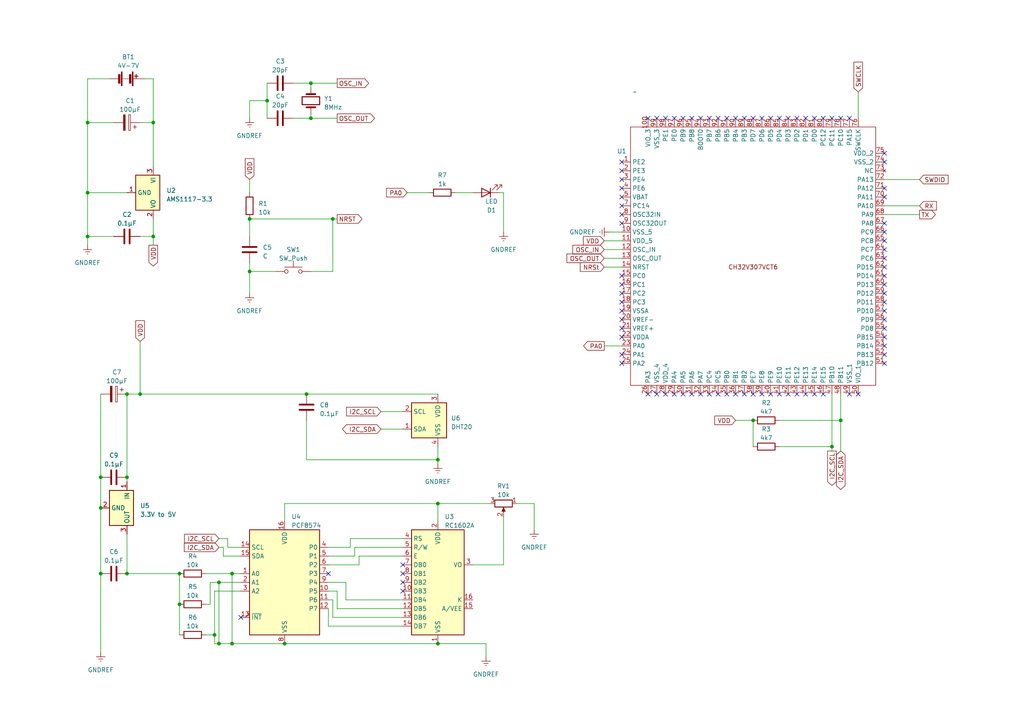
<source format=kicad_sch>
(kicad_sch (version 20230121) (generator eeschema)
  (paper "A4")
  (title_block (title "CH32V307-DHT20-1602A") (date "2023-09-19") (company "Makoto8247"))
  (lib_symbols
    (symbol "Converter_DCDC:OKI-78SR-3.3_1.5-W36-C"
      (property "Reference" "U" (at -3.81 3.175 0))
      (property "Value" "OKI-78SR-3.3_1.5-W36-C" (at 0 3.175 0))
      (symbol "OKI-78SR-3.3_1.5-W36-C_0_1"
        (rectangle (start -5.08 1.905) (end 5.08 -5.08) (stroke (width 0.254)) (fill (type background)))
      )
      (symbol "OKI-78SR-3.3_1.5-W36-C_1_1"
        (pin power_in line (at -7.62 0 0) (length 2.54) (name "IN") (number "1"))
        (pin power_in line (at 0 -7.62 90) (length 2.54) (name "GND") (number "2"))
        (pin power_out line (at 7.62 0 180) (length 2.54) (name "OUT") (number "3"))
      )
    )
    (symbol "Device:Battery" (pin_numbers hide) (pin_names (offset 0) hide)
      (property "Reference" "BT" (at 2.54 2.54 0))
      (property "Value" "Battery" (at 2.54 0 0))
      (symbol "Battery_0_1"
        (rectangle (start -2.032 -1.397) (end 2.032 -1.651) (fill (type outline)))
        (rectangle (start -2.032 1.778) (end 2.032 1.524) (fill (type outline)))
        (rectangle (start -1.3208 -1.9812) (end 1.27 -2.4892) (fill (type outline)))
        (rectangle (start -1.3208 1.1938) (end 1.27 0.6858) (fill (type outline)))
        (polyline (pts (xy 0 -1.524) (xy 0 -1.27)))
        (polyline (pts (xy 0 -1.016) (xy 0 -0.762)))
        (polyline (pts (xy 0 -0.508) (xy 0 -0.254)))
        (polyline (pts (xy 0 0) (xy 0 0.254)))
        (polyline (pts (xy 0 0.508) (xy 0 0.762)))
        (polyline (pts (xy 0 1.778) (xy 0 2.54)))
        (polyline (pts (xy 0.254 2.667) (xy 1.27 2.667)) (stroke (width 0.254)))
        (polyline (pts (xy 0.762 3.175) (xy 0.762 2.159)) (stroke (width 0.254)))
      )
      (symbol "Battery_1_1"
        (pin passive line (at 0 5.08 270) (length 2.54) (name "+") (number "1"))
        (pin passive line (at 0 -5.08 90) (length 2.54) (name "-") (number "2"))
      )
    )
    (symbol "Device:C" (pin_numbers hide) (pin_names (offset 0.254))
      (property "Reference" "C" (at 0.635 2.54 0))
      (property "Value" "C" (at 0.635 -2.54 0))
      (symbol "C_0_1"
        (polyline (pts (xy -2.032 -0.762) (xy 2.032 -0.762)) (stroke (width 0.508)))
        (polyline (pts (xy -2.032 0.762) (xy 2.032 0.762)) (stroke (width 0.508)))
      )
      (symbol "C_1_1"
        (pin passive line (at 0 3.81 270) (length 2.794) (name "~") (number "1"))
        (pin passive line (at 0 -3.81 90) (length 2.794) (name "~") (number "2"))
      )
    )
    (symbol "Device:C_Polarized" (pin_numbers hide) (pin_names (offset 0.254))
      (property "Reference" "C" (at 0.635 2.54 0))
      (property "Value" "C_Polarized" (at 0.635 -2.54 0))
      (symbol "C_Polarized_0_1"
        (rectangle (start -2.286 0.508) (end 2.286 1.016))
        (polyline (pts (xy -1.778 2.286) (xy -0.762 2.286)))
        (polyline (pts (xy -1.27 2.794) (xy -1.27 1.778)))
        (rectangle (start 2.286 -0.508) (end -2.286 -1.016) (fill (type outline)))
      )
      (symbol "C_Polarized_1_1"
        (pin passive line (at 0 3.81 270) (length 2.794) (name "~") (number "1"))
        (pin passive line (at 0 -3.81 90) (length 2.794) (name "~") (number "2"))
      )
    )
    (symbol "Device:Crystal" (pin_numbers hide) (pin_names (offset 1.016) hide)
      (property "Reference" "Y" (at 0 3.81 0))
      (property "Value" "Crystal" (at 0 -3.81 0))
      (symbol "Crystal_0_1"
        (rectangle (start -1.143 2.54) (end 1.143 -2.54) (stroke (width 0.3048)))
        (polyline (pts (xy -2.54 0) (xy -1.905 0)))
        (polyline (pts (xy -1.905 -1.27) (xy -1.905 1.27)) (stroke (width 0.508)))
        (polyline (pts (xy 1.905 -1.27) (xy 1.905 1.27)) (stroke (width 0.508)))
        (polyline (pts (xy 2.54 0) (xy 1.905 0)))
      )
      (symbol "Crystal_1_1"
        (pin passive line (at -3.81 0 0) (length 1.27) (name "1") (number "1"))
        (pin passive line (at 3.81 0 180) (length 1.27) (name "2") (number "2"))
      )
    )
    (symbol "Device:LED" (pin_numbers hide) (pin_names (offset 1.016) hide)
      (property "Reference" "D" (at 0 2.54 0))
      (property "Value" "LED" (at 0 -2.54 0))
      (symbol "LED_0_1"
        (polyline (pts (xy -1.27 -1.27) (xy -1.27 1.27)) (stroke (width 0.254)))
        (polyline (pts (xy -1.27 0) (xy 1.27 0)))
        (polyline (pts (xy 1.27 -1.27) (xy 1.27 1.27) (xy -1.27 0) (xy 1.27 -1.27)) (stroke (width 0.254)))
        (polyline (pts (xy -3.048 -0.762) (xy -4.572 -2.286) (xy -3.81 -2.286) (xy -4.572 -2.286) (xy -4.572 -1.524)))
        (polyline (pts (xy -1.778 -0.762) (xy -3.302 -2.286) (xy -2.54 -2.286) (xy -3.302 -2.286) (xy -3.302 -1.524)))
      )
      (symbol "LED_1_1"
        (pin passive line (at -3.81 0 0) (length 2.54) (name "K") (number "1"))
        (pin passive line (at 3.81 0 180) (length 2.54) (name "A") (number "2"))
      )
    )
    (symbol "Device:R" (pin_numbers hide) (pin_names (offset 0))
      (property "Reference" "R" (at 2.032 0 90))
      (property "Value" "R" (at 0 0 90))
      (symbol "R_0_1"
        (rectangle (start -1.016 -2.54) (end 1.016 2.54) (stroke (width 0.254)))
      )
      (symbol "R_1_1"
        (pin passive line (at 0 3.81 270) (length 1.27) (name "~") (number "1"))
        (pin passive line (at 0 -3.81 90) (length 1.27) (name "~") (number "2"))
      )
    )
    (symbol "Device:R_Potentiometer" (pin_names (offset 1.016) hide)
      (property "Reference" "RV" (at -4.445 0 90))
      (property "Value" "R_Potentiometer" (at -2.54 0 90))
      (symbol "R_Potentiometer_0_1"
        (polyline (pts (xy 2.54 0) (xy 1.524 0)))
        (polyline (pts (xy 1.143 0) (xy 2.286 0.508) (xy 2.286 -0.508) (xy 1.143 0)) (fill (type outline)))
        (rectangle (start 1.016 2.54) (end -1.016 -2.54) (stroke (width 0.254)))
      )
      (symbol "R_Potentiometer_1_1"
        (pin passive line (at 0 3.81 270) (length 1.27) (name "1") (number "1"))
        (pin passive line (at 3.81 0 180) (length 1.27) (name "2") (number "2"))
        (pin passive line (at 0 -3.81 90) (length 1.27) (name "3") (number "3"))
      )
    )
    (symbol "Display_Character:RC1602A"
      (property "Reference" "U" (at -6.35 16.51 0))
      (property "Value" "RC1602A" (at 2.794 16.51 0))
      (symbol "RC1602A_0_1"
        (rectangle (start -7.62 15.24) (end 7.62 -15.24) (stroke (width 0.254)) (fill (type background)))
      )
      (symbol "RC1602A_1_1"
        (pin power_in line (at 0 -17.78 90) (length 2.54) (name "VSS") (number "1"))
        (pin bidirectional line (at -10.16 -2.54 0) (length 2.54) (name "DB3") (number "10"))
        (pin bidirectional line (at -10.16 -5.08 0) (length 2.54) (name "DB4") (number "11"))
        (pin bidirectional line (at -10.16 -7.62 0) (length 2.54) (name "DB5") (number "12"))
        (pin bidirectional line (at -10.16 -10.16 0) (length 2.54) (name "DB6") (number "13"))
        (pin bidirectional line (at -10.16 -12.7 0) (length 2.54) (name "DB7") (number "14"))
        (pin power_in line (at 10.16 -7.62 180) (length 2.54) (name "A/VEE") (number "15"))
        (pin power_in line (at 10.16 -5.08 180) (length 2.54) (name "K") (number "16"))
        (pin power_in line (at 0 17.78 270) (length 2.54) (name "VDD") (number "2"))
        (pin power_in line (at 10.16 5.08 180) (length 2.54) (name "VO") (number "3"))
        (pin input line (at -10.16 12.7 0) (length 2.54) (name "RS") (number "4"))
        (pin input line (at -10.16 10.16 0) (length 2.54) (name "R/W") (number "5"))
        (pin input line (at -10.16 7.62 0) (length 2.54) (name "E") (number "6"))
        (pin bidirectional line (at -10.16 5.08 0) (length 2.54) (name "DB0") (number "7"))
        (pin bidirectional line (at -10.16 2.54 0) (length 2.54) (name "DB1") (number "8"))
        (pin bidirectional line (at -10.16 0 0) (length 2.54) (name "DB2") (number "9"))
      )
    )
    (symbol "Interface_Expansion:PCF8574"
      (property "Reference" "U" (at -8.89 16.51 0))
      (property "Value" "PCF8574" (at 2.54 16.51 0))
      (symbol "PCF8574_0_1"
        (rectangle (start -10.16 15.24) (end 10.16 -15.24) (stroke (width 0.254)) (fill (type background)))
      )
      (symbol "PCF8574_1_1"
        (pin input line (at -12.7 2.54 0) (length 2.54) (name "A0") (number "1"))
        (pin bidirectional line (at 12.7 -2.54 180) (length 2.54) (name "P5") (number "10"))
        (pin bidirectional line (at 12.7 -5.08 180) (length 2.54) (name "P6") (number "11"))
        (pin bidirectional line (at 12.7 -7.62 180) (length 2.54) (name "P7") (number "12"))
        (pin open_collector output_low (at -12.7 -10.16 0) (length 2.54) (name "~{INT}") (number "13"))
        (pin input line (at -12.7 10.16 0) (length 2.54) (name "SCL") (number "14"))
        (pin bidirectional line (at -12.7 7.62 0) (length 2.54) (name "SDA") (number "15"))
        (pin power_in line (at 0 17.78 270) (length 2.54) (name "VDD") (number "16"))
        (pin input line (at -12.7 0 0) (length 2.54) (name "A1") (number "2"))
        (pin input line (at -12.7 -2.54 0) (length 2.54) (name "A2") (number "3"))
        (pin bidirectional line (at 12.7 10.16 180) (length 2.54) (name "P0") (number "4"))
        (pin bidirectional line (at 12.7 7.62 180) (length 2.54) (name "P1") (number "5"))
        (pin bidirectional line (at 12.7 5.08 180) (length 2.54) (name "P2") (number "6"))
        (pin bidirectional line (at 12.7 2.54 180) (length 2.54) (name "P3") (number "7"))
        (pin power_in line (at 0 -17.78 90) (length 2.54) (name "VSS") (number "8"))
        (pin bidirectional line (at 12.7 0 180) (length 2.54) (name "P4") (number "9"))
      )
    )
    (symbol "Regulator_Linear:AMS1117-3.3"
      (property "Reference" "U" (at -3.81 3.175 0))
      (property "Value" "AMS1117-3.3" (at 0 3.175 0))
      (symbol "AMS1117-3.3_0_1"
        (rectangle (start -5.08 -5.08) (end 5.08 1.905) (stroke (width 0.254)) (fill (type background)))
      )
      (symbol "AMS1117-3.3_1_1"
        (pin power_in line (at 0 -7.62 90) (length 2.54) (name "GND") (number "1"))
        (pin power_out line (at 7.62 0 180) (length 2.54) (name "VO") (number "2"))
        (pin power_in line (at -7.62 0 0) (length 2.54) (name "VI") (number "3"))
      )
    )
    (symbol "Sensor_Humidity:SHT4x"
      (property "Reference" "U" (at 0 8.89 0))
      (property "Value" "SHT4x" (at 0 6.35 0))
      (symbol "SHT4x_1_1"
        (rectangle (start -5.08 5.08) (end 5.08 -5.08) (stroke (width 0.254)) (fill (type background)))
        (pin bidirectional line (at -7.62 -2.54 0) (length 2.54) (name "SDA") (number "1"))
        (pin input line (at -7.62 2.54 0) (length 2.54) (name "SCL") (number "2"))
        (pin power_in line (at 2.54 7.62 270) (length 2.54) (name "VDD") (number "3"))
        (pin power_in line (at 2.54 -7.62 90) (length 2.54) (name "VSS") (number "4"))
      )
    )
    (symbol "Switch:SW_Push" (pin_numbers hide) (pin_names (offset 1.016) hide)
      (property "Reference" "SW" (at 1.27 2.54 0))
      (property "Value" "SW_Push" (at 0 -1.524 0))
      (symbol "SW_Push_0_1"
        (circle (center -2.032 0) (radius 0.508))
        (polyline (pts (xy 0 1.27) (xy 0 3.048)))
        (polyline (pts (xy 2.54 1.27) (xy -2.54 1.27)))
        (circle (center 2.032 0) (radius 0.508))
        (pin passive line (at -5.08 0 0) (length 2.54) (name "1") (number "1"))
        (pin passive line (at 5.08 0 180) (length 2.54) (name "2") (number "2"))
      )
    )
    (symbol "ch32v307:ch32v307vct6"
      (property "Reference" "U" (at 0 2.54 0))
      (symbol "ch32v307vct6_0_0"
        (pin bidirectional line (at -38.1 27.94 0) (length 2.54) (name "PE2") (number "1"))
        (pin bidirectional line (at -38.1 7.62 0) (length 2.54) (name "VSS_5") (number "10"))
        (pin bidirectional line (at -30.48 40.64 270) (length 2.54) (name "VIO_3") (number "100"))
        (pin bidirectional line (at -38.1 5.08 0) (length 2.54) (name "VDD_5") (number "11"))
        (pin input line (at -38.1 2.54 0) (length 2.54) (name "OSC_IN") (number "12"))
        (pin output line (at -38.1 0 0) (length 2.54) (name "OSC_OUT") (number "13"))
        (pin input line (at -38.1 -2.54 0) (length 2.54) (name "NRST") (number "14"))
        (pin bidirectional line (at -38.1 -5.08 0) (length 2.54) (name "PC0") (number "15"))
        (pin bidirectional line (at -38.1 -7.62 0) (length 2.54) (name "PC1") (number "16"))
        (pin bidirectional line (at -38.1 -10.16 0) (length 2.54) (name "PC2") (number "17"))
        (pin bidirectional line (at -38.1 -12.7 0) (length 2.54) (name "PC3") (number "18"))
        (pin bidirectional line (at -38.1 -15.24 0) (length 2.54) (name "VSSA") (number "19"))
        (pin bidirectional line (at -38.1 25.4 0) (length 2.54) (name "PE3") (number "2"))
        (pin bidirectional line (at -38.1 -17.78 0) (length 2.54) (name "VREF-") (number "20"))
        (pin bidirectional line (at -38.1 -20.32 0) (length 2.54) (name "VREF+") (number "21"))
        (pin bidirectional line (at -38.1 -22.86 0) (length 2.54) (name "VDDA") (number "22"))
        (pin bidirectional line (at -38.1 -25.4 0) (length 2.54) (name "PA0") (number "23"))
        (pin bidirectional line (at -38.1 -27.94 0) (length 2.54) (name "PA1") (number "24"))
        (pin bidirectional line (at -38.1 -30.48 0) (length 2.54) (name "PA2") (number "25"))
        (pin bidirectional line (at -30.48 -39.37 90) (length 2.54) (name "PA3") (number "26"))
        (pin bidirectional line (at -27.94 -39.37 90) (length 2.54) (name "VSS_4") (number "27"))
        (pin bidirectional line (at -25.4 -39.37 90) (length 2.54) (name "VDD_4") (number "28"))
        (pin bidirectional line (at -22.86 -39.37 90) (length 2.54) (name "PA4") (number "29"))
        (pin bidirectional line (at -38.1 22.86 0) (length 2.54) (name "PE4") (number "3"))
        (pin bidirectional line (at -20.32 -39.37 90) (length 2.54) (name "PA5") (number "30"))
        (pin bidirectional line (at -17.78 -39.37 90) (length 2.54) (name "PA6") (number "31"))
        (pin bidirectional line (at -15.24 -39.37 90) (length 2.54) (name "PA7") (number "32"))
        (pin bidirectional line (at -12.7 -39.37 90) (length 2.54) (name "PC4") (number "33"))
        (pin bidirectional line (at -10.16 -39.37 90) (length 2.54) (name "PC5") (number "34"))
        (pin bidirectional line (at -7.62 -39.37 90) (length 2.54) (name "PB0") (number "35"))
        (pin bidirectional line (at -5.08 -39.37 90) (length 2.54) (name "PB1") (number "36"))
        (pin bidirectional line (at -2.54 -39.37 90) (length 2.54) (name "PB2") (number "37"))
        (pin bidirectional line (at 0 -39.37 90) (length 2.54) (name "PE7") (number "38"))
        (pin bidirectional line (at 2.54 -39.37 90) (length 2.54) (name "PE8") (number "39"))
        (pin bidirectional line (at -38.1 20.32 0) (length 2.54) (name "PE6") (number "4"))
        (pin bidirectional line (at 5.08 -39.37 90) (length 2.54) (name "PE9") (number "40"))
        (pin bidirectional line (at 7.62 -39.37 90) (length 2.54) (name "PE10") (number "41"))
        (pin bidirectional line (at 10.16 -39.37 90) (length 2.54) (name "PE11") (number "42"))
        (pin bidirectional line (at 12.7 -39.37 90) (length 2.54) (name "PE12") (number "43"))
        (pin bidirectional line (at 15.24 -39.37 90) (length 2.54) (name "PE13") (number "44"))
        (pin bidirectional line (at 17.78 -39.37 90) (length 2.54) (name "PE14") (number "45"))
        (pin bidirectional line (at 20.32 -39.37 90) (length 2.54) (name "PE15") (number "46"))
        (pin bidirectional line (at 22.86 -39.37 90) (length 2.54) (name "PB10") (number "47"))
        (pin bidirectional line (at 25.4 -39.37 90) (length 2.54) (name "PB11") (number "48"))
        (pin bidirectional line (at 27.94 -39.37 90) (length 2.54) (name "VSS_1") (number "49"))
        (pin bidirectional line (at -38.1 17.78 0) (length 2.54) (name "VBAT") (number "5"))
        (pin bidirectional line (at 30.48 -39.37 90) (length 2.54) (name "VIO_1") (number "50"))
        (pin bidirectional line (at 38.1 -30.48 180) (length 2.54) (name "PB12") (number "51"))
        (pin bidirectional line (at 38.1 -27.94 180) (length 2.54) (name "PB13") (number "52"))
        (pin bidirectional line (at 38.1 -25.4 180) (length 2.54) (name "PB14") (number "53"))
        (pin bidirectional line (at 38.1 -22.86 180) (length 2.54) (name "PB15") (number "54"))
        (pin bidirectional line (at 38.1 -20.32 180) (length 2.54) (name "PD8") (number "55"))
        (pin bidirectional line (at 38.1 -17.78 180) (length 2.54) (name "PD9") (number "56"))
        (pin bidirectional line (at 38.1 -15.24 180) (length 2.54) (name "PD10") (number "57"))
        (pin bidirectional line (at 38.1 -12.7 180) (length 2.54) (name "PD11") (number "58"))
        (pin bidirectional line (at 38.1 -10.16 180) (length 2.54) (name "PD12") (number "59"))
        (pin bidirectional line (at 38.1 -7.62 180) (length 2.54) (name "PD13") (number "60"))
        (pin bidirectional line (at 38.1 -5.08 180) (length 2.54) (name "PD14") (number "61"))
        (pin bidirectional line (at 38.1 -2.54 180) (length 2.54) (name "PD15") (number "62"))
        (pin bidirectional line (at 38.1 0 180) (length 2.54) (name "PC6") (number "63"))
        (pin bidirectional line (at 38.1 2.54 180) (length 2.54) (name "PC7") (number "64"))
        (pin bidirectional line (at 38.1 5.08 180) (length 2.54) (name "PC8") (number "65"))
        (pin bidirectional line (at 38.1 7.62 180) (length 2.54) (name "PC9") (number "66"))
        (pin bidirectional line (at 38.1 10.16 180) (length 2.54) (name "PA8") (number "67"))
        (pin bidirectional line (at 38.1 12.7 180) (length 2.54) (name "PA9") (number "68"))
        (pin bidirectional line (at 38.1 15.24 180) (length 2.54) (name "PA10") (number "69"))
        (pin bidirectional line (at -38.1 15.24 0) (length 2.54) (name "PC14") (number "7"))
        (pin bidirectional line (at 38.1 17.78 180) (length 2.54) (name "PA11") (number "70"))
        (pin bidirectional line (at 38.1 20.32 180) (length 2.54) (name "PA12") (number "71"))
        (pin bidirectional line (at 38.1 22.86 180) (length 2.54) (name "PA13") (number "72"))
        (pin no_connect line (at 38.1 25.4 180) (length 2.54) (name "NC") (number "73"))
        (pin bidirectional line (at 38.1 27.94 180) (length 2.54) (name "VSS_2") (number "74"))
        (pin bidirectional line (at 38.1 30.48 180) (length 2.54) (name "VDD_2") (number "75"))
        (pin bidirectional line (at 30.48 40.64 270) (length 2.54) (name "SWCLK") (number "76"))
        (pin bidirectional line (at 27.94 40.64 270) (length 2.54) (name "PA15") (number "77"))
        (pin bidirectional line (at 25.4 40.64 270) (length 2.54) (name "PC10") (number "78"))
        (pin bidirectional line (at 22.86 40.64 270) (length 2.54) (name "PC11") (number "79"))
        (pin input line (at -38.1 12.7 0) (length 2.54) (name "OSC32IN") (number "8"))
        (pin bidirectional line (at 20.32 40.64 270) (length 2.54) (name "PC12") (number "80"))
        (pin bidirectional line (at 17.78 40.64 270) (length 2.54) (name "PD0") (number "81"))
        (pin bidirectional line (at 15.24 40.64 270) (length 2.54) (name "PD1") (number "82"))
        (pin bidirectional line (at 12.7 40.64 270) (length 2.54) (name "PD2") (number "83"))
        (pin bidirectional line (at 10.16 40.64 270) (length 2.54) (name "PD3") (number "84"))
        (pin bidirectional line (at 7.62 40.64 270) (length 2.54) (name "PD4") (number "85"))
        (pin bidirectional line (at 5.08 40.64 270) (length 2.54) (name "PD5") (number "86"))
        (pin bidirectional line (at 2.54 40.64 270) (length 2.54) (name "PD6") (number "87"))
        (pin bidirectional line (at 0 40.64 270) (length 2.54) (name "PD7") (number "88"))
        (pin bidirectional line (at -2.54 40.64 270) (length 2.54) (name "PB3") (number "89"))
        (pin output line (at -38.1 10.16 0) (length 2.54) (name "OSC32OUT") (number "9"))
        (pin bidirectional line (at -5.08 40.64 270) (length 2.54) (name "PB4") (number "90"))
        (pin bidirectional line (at -7.62 40.64 270) (length 2.54) (name "PB5") (number "91"))
        (pin bidirectional line (at -10.16 40.64 270) (length 2.54) (name "PB6") (number "92"))
        (pin bidirectional line (at -12.7 40.64 270) (length 2.54) (name "PB7") (number "93"))
        (pin bidirectional line (at -15.24 40.64 270) (length 2.54) (name "BOOT0") (number "94"))
        (pin bidirectional line (at -17.78 40.64 270) (length 2.54) (name "PB8") (number "95"))
        (pin bidirectional line (at -20.32 40.64 270) (length 2.54) (name "PB9") (number "96"))
        (pin bidirectional line (at -22.86 40.64 270) (length 2.54) (name "PE0") (number "97"))
        (pin bidirectional line (at -25.4 40.64 270) (length 2.54) (name "PE1") (number "98"))
        (pin bidirectional line (at -27.94 40.64 270) (length 2.54) (name "VSS_3") (number "99"))
      )
      (symbol "ch32v307vct6_0_1"
        (rectangle (start -35.56 38.1) (end 35.56 -36.83))
        (rectangle (start -5.08 40.64) (end -5.08 40.64))
      )
      (symbol "ch32v307vct6_1_1"
        (text "CH32V307VCT6" (at 0 -2.54 0) (effects (font (size 1.27 1.27))))
      )
    )
    (symbol "power:GNDREF" (power) (pin_names (offset 0))
      (property "Value" "GNDREF" (at 0 -3.81 0))
      (symbol "GNDREF_0_1"
        (polyline (pts (xy -0.635 -1.905) (xy 0.635 -1.905)))
        (polyline (pts (xy -0.127 -2.54) (xy 0.127 -2.54)))
        (polyline (pts (xy 0 -1.27) (xy 0 0)))
        (polyline (pts (xy 1.27 -1.27) (xy -1.27 -1.27)))
      )
      (symbol "GNDREF_1_1"
        (pin power_in line (at 0 0 270) (length 0) hide (name "GNDREF") (number "1"))
      )
    )
  )
  (junction (at 218.44 121.92))
  (junction (at 25.4 35.56))
  (junction (at 77.47 29.21))
  (junction (at 88.9 114.3))
  (junction (at 40.64 114.3))
  (junction (at 25.4 55.88))
  (junction (at 36.83 138.43))
  (junction (at 243.84 121.92))
  (junction (at 241.3 129.54))
  (junction (at 62.23 184.15))
  (junction (at 29.21 166.37))
  (junction (at 63.5 168.91))
  (junction (at 63.5 186.69))
  (junction (at 44.45 35.56))
  (junction (at 52.07 175.26))
  (junction (at 36.83 114.3))
  (junction (at 67.31 186.69))
  (junction (at 36.83 166.37))
  (junction (at 44.45 68.58))
  (junction (at 72.39 78.74))
  (junction (at 72.39 63.5))
  (junction (at 29.21 147.32))
  (junction (at 67.31 166.37))
  (junction (at 82.55 186.69))
  (junction (at 96.52 63.5))
  (junction (at 25.4 68.58))
  (junction (at 29.21 138.43))
  (junction (at 127 133.35))
  (junction (at 127 186.69))
  (junction (at 127 146.05))
  (junction (at 90.17 24.13))
  (junction (at 90.17 34.29))
  (junction (at 52.07 166.37))
  (no_connect (at 246.38 114.3))
  (no_connect (at 200.66 114.3))
  (no_connect (at 198.12 34.29))
  (no_connect (at 226.06 34.29))
  (no_connect (at 208.28 114.3))
  (no_connect (at 187.96 114.3))
  (no_connect (at 256.54 46.99))
  (no_connect (at 180.34 102.87))
  (no_connect (at 180.34 80.01))
  (no_connect (at 198.12 114.3))
  (no_connect (at 256.54 57.15))
  (no_connect (at 218.44 34.29))
  (no_connect (at 180.34 64.77))
  (no_connect (at 256.54 69.85))
  (no_connect (at 256.54 82.55))
  (no_connect (at 180.34 105.41))
  (no_connect (at 215.9 114.3))
  (no_connect (at 248.92 114.3))
  (no_connect (at 180.34 82.55))
  (no_connect (at 256.54 100.33))
  (no_connect (at 238.76 114.3))
  (no_connect (at 231.14 34.29))
  (no_connect (at 203.2 34.29))
  (no_connect (at 116.84 163.83))
  (no_connect (at 256.54 97.79))
  (no_connect (at 256.54 87.63))
  (no_connect (at 180.34 52.07))
  (no_connect (at 228.6 114.3))
  (no_connect (at 256.54 102.87))
  (no_connect (at 180.34 97.79))
  (no_connect (at 200.66 34.29))
  (no_connect (at 180.34 54.61))
  (no_connect (at 256.54 74.93))
  (no_connect (at 180.34 95.25))
  (no_connect (at 220.98 114.3))
  (no_connect (at 180.34 92.71))
  (no_connect (at 208.28 34.29))
  (no_connect (at 116.84 171.45))
  (no_connect (at 116.84 166.37))
  (no_connect (at 256.54 105.41))
  (no_connect (at 187.96 34.29))
  (no_connect (at 180.34 59.69))
  (no_connect (at 116.84 168.91))
  (no_connect (at 215.9 34.29))
  (no_connect (at 226.06 114.3))
  (no_connect (at 256.54 77.47))
  (no_connect (at 220.98 34.29))
  (no_connect (at 69.85 179.07))
  (no_connect (at 180.34 62.23))
  (no_connect (at 180.34 46.99))
  (no_connect (at 193.04 34.29))
  (no_connect (at 95.25 166.37))
  (no_connect (at 195.58 34.29))
  (no_connect (at 210.82 34.29))
  (no_connect (at 180.34 49.53))
  (no_connect (at 223.52 34.29))
  (no_connect (at 256.54 72.39))
  (no_connect (at 223.52 114.3))
  (no_connect (at 241.3 34.29))
  (no_connect (at 180.34 57.15))
  (no_connect (at 213.36 114.3))
  (no_connect (at 193.04 114.3))
  (no_connect (at 228.6 34.29))
  (no_connect (at 205.74 34.29))
  (no_connect (at 256.54 54.61))
  (no_connect (at 256.54 95.25))
  (no_connect (at 256.54 80.01))
  (no_connect (at 246.38 34.29))
  (no_connect (at 243.84 34.29))
  (no_connect (at 236.22 114.3))
  (no_connect (at 256.54 85.09))
  (no_connect (at 190.5 34.29))
  (no_connect (at 180.34 87.63))
  (no_connect (at 236.22 34.29))
  (no_connect (at 213.36 34.29))
  (no_connect (at 205.74 114.3))
  (no_connect (at 180.34 85.09))
  (no_connect (at 256.54 64.77))
  (no_connect (at 256.54 67.31))
  (no_connect (at 210.82 114.3))
  (no_connect (at 256.54 44.45))
  (no_connect (at 233.68 114.3))
  (no_connect (at 190.5 114.3))
  (no_connect (at 238.76 34.29))
  (no_connect (at 256.54 90.17))
  (no_connect (at 195.58 114.3))
  (no_connect (at 203.2 114.3))
  (no_connect (at 218.44 114.3))
  (no_connect (at 231.14 114.3))
  (no_connect (at 233.68 34.29))
  (no_connect (at 256.54 92.71))
  (no_connect (at 180.34 90.17))
  (wire (pts (xy 72.39 29.21) (xy 72.39 34.29)))
  (wire (pts (xy 44.45 63.5) (xy 44.45 68.58)))
  (wire (pts (xy 33.02 68.58) (xy 25.4 68.58)))
  (wire (pts (xy 144.78 55.88) (xy 146.05 55.88)))
  (wire (pts (xy 62.23 184.15) (xy 62.23 171.45)))
  (wire (pts (xy 100.33 173.99) (xy 116.84 173.99)))
  (wire (pts (xy 82.55 186.69) (xy 127 186.69)))
  (wire (pts (xy 72.39 78.74) (xy 72.39 76.2)))
  (wire (pts (xy 243.84 121.92) (xy 243.84 130.81)))
  (wire (pts (xy 60.96 168.91) (xy 63.5 168.91)))
  (wire (pts (xy 96.52 63.5) (xy 97.79 63.5)))
  (wire (pts (xy 95.25 158.75) (xy 101.6 158.75)))
  (wire (pts (xy 97.79 176.53) (xy 116.84 176.53)))
  (wire (pts (xy 102.87 161.29) (xy 102.87 158.75)))
  (wire (pts (xy 243.84 114.3) (xy 243.84 121.92)))
  (wire (pts (xy 95.25 168.91) (xy 100.33 168.91)))
  (wire (pts (xy 67.31 186.69) (xy 63.5 186.69)))
  (wire (pts (xy 40.64 99.06) (xy 40.64 114.3)))
  (wire (pts (xy 226.06 121.92) (xy 243.84 121.92)))
  (wire (pts (xy 90.17 78.74) (xy 96.52 78.74)))
  (wire (pts (xy 44.45 68.58) (xy 44.45 71.12)))
  (wire (pts (xy 256.54 59.69) (xy 266.7 59.69)))
  (wire (pts (xy 96.52 63.5) (xy 96.52 78.74)))
  (wire (pts (xy 52.07 175.26) (xy 52.07 184.15)))
  (wire (pts (xy 36.83 114.3) (xy 36.83 138.43)))
  (wire (pts (xy 25.4 35.56) (xy 25.4 55.88)))
  (wire (pts (xy 137.16 163.83) (xy 146.05 163.83)))
  (wire (pts (xy 29.21 166.37) (xy 29.21 189.23)))
  (wire (pts (xy 213.36 121.92) (xy 218.44 121.92)))
  (wire (pts (xy 33.02 35.56) (xy 25.4 35.56)))
  (wire (pts (xy 90.17 24.13) (xy 85.09 24.13)))
  (wire (pts (xy 175.26 74.93) (xy 180.34 74.93)))
  (wire (pts (xy 248.92 26.67) (xy 248.92 34.29)))
  (wire (pts (xy 59.69 175.26) (xy 60.96 175.26)))
  (wire (pts (xy 176.53 67.31) (xy 180.34 67.31)))
  (wire (pts (xy 72.39 63.5) (xy 72.39 68.58)))
  (wire (pts (xy 95.25 161.29) (xy 102.87 161.29)))
  (wire (pts (xy 60.96 175.26) (xy 60.96 168.91)))
  (wire (pts (xy 72.39 78.74) (xy 72.39 85.09)))
  (wire (pts (xy 25.4 68.58) (xy 25.4 71.12)))
  (wire (pts (xy 95.25 163.83) (xy 104.14 163.83)))
  (wire (pts (xy 95.25 181.61) (xy 116.84 181.61)))
  (wire (pts (xy 127 129.54) (xy 127 133.35)))
  (wire (pts (xy 110.49 119.38) (xy 116.84 119.38)))
  (wire (pts (xy 44.45 22.86) (xy 41.91 22.86)))
  (wire (pts (xy 44.45 22.86) (xy 44.45 35.56)))
  (wire (pts (xy 110.49 124.46) (xy 116.84 124.46)))
  (wire (pts (xy 96.52 179.07) (xy 116.84 179.07)))
  (wire (pts (xy 175.26 100.33) (xy 180.34 100.33)))
  (wire (pts (xy 63.5 156.21) (xy 66.04 156.21)))
  (wire (pts (xy 44.45 35.56) (xy 44.45 48.26)))
  (wire (pts (xy 36.83 166.37) (xy 52.07 166.37)))
  (wire (pts (xy 64.77 158.75) (xy 64.77 161.29)))
  (wire (pts (xy 85.09 34.29) (xy 90.17 34.29)))
  (wire (pts (xy 29.21 114.3) (xy 29.21 138.43)))
  (wire (pts (xy 154.94 146.05) (xy 154.94 153.67)))
  (wire (pts (xy 241.3 129.54) (xy 241.3 130.81)))
  (wire (pts (xy 90.17 34.29) (xy 90.17 33.02)))
  (wire (pts (xy 104.14 163.83) (xy 104.14 161.29)))
  (wire (pts (xy 82.55 186.69) (xy 67.31 186.69)))
  (wire (pts (xy 40.64 114.3) (xy 36.83 114.3)))
  (wire (pts (xy 36.83 154.94) (xy 36.83 166.37)))
  (wire (pts (xy 31.75 22.86) (xy 25.4 22.86)))
  (wire (pts (xy 146.05 55.88) (xy 146.05 67.31)))
  (wire (pts (xy 118.11 55.88) (xy 124.46 55.88)))
  (wire (pts (xy 40.64 114.3) (xy 88.9 114.3)))
  (wire (pts (xy 218.44 121.92) (xy 218.44 129.54)))
  (wire (pts (xy 72.39 63.5) (xy 96.52 63.5)))
  (wire (pts (xy 88.9 121.92) (xy 88.9 133.35)))
  (wire (pts (xy 25.4 55.88) (xy 36.83 55.88)))
  (wire (pts (xy 63.5 168.91) (xy 69.85 168.91)))
  (wire (pts (xy 96.52 173.99) (xy 96.52 179.07)))
  (wire (pts (xy 67.31 166.37) (xy 67.31 186.69)))
  (wire (pts (xy 64.77 161.29) (xy 69.85 161.29)))
  (wire (pts (xy 100.33 168.91) (xy 100.33 173.99)))
  (wire (pts (xy 127 146.05) (xy 142.24 146.05)))
  (wire (pts (xy 175.26 77.47) (xy 180.34 77.47)))
  (wire (pts (xy 88.9 133.35) (xy 127 133.35)))
  (wire (pts (xy 44.45 35.56) (xy 40.64 35.56)))
  (wire (pts (xy 95.25 171.45) (xy 97.79 171.45)))
  (wire (pts (xy 52.07 166.37) (xy 52.07 175.26)))
  (wire (pts (xy 63.5 168.91) (xy 63.5 186.69)))
  (wire (pts (xy 97.79 171.45) (xy 97.79 176.53)))
  (wire (pts (xy 44.45 68.58) (xy 40.64 68.58)))
  (wire (pts (xy 140.97 186.69) (xy 140.97 190.5)))
  (wire (pts (xy 67.31 166.37) (xy 69.85 166.37)))
  (wire (pts (xy 62.23 171.45) (xy 69.85 171.45)))
  (wire (pts (xy 88.9 114.3) (xy 127 114.3)))
  (wire (pts (xy 82.55 146.05) (xy 127 146.05)))
  (wire (pts (xy 77.47 29.21) (xy 77.47 34.29)))
  (wire (pts (xy 104.14 161.29) (xy 116.84 161.29)))
  (wire (pts (xy 175.26 72.39) (xy 180.34 72.39)))
  (wire (pts (xy 256.54 52.07) (xy 266.7 52.07)))
  (wire (pts (xy 127 146.05) (xy 127 151.13)))
  (wire (pts (xy 241.3 114.3) (xy 241.3 129.54)))
  (wire (pts (xy 36.83 138.43) (xy 36.83 139.7)))
  (wire (pts (xy 29.21 138.43) (xy 29.21 147.32)))
  (wire (pts (xy 59.69 166.37) (xy 67.31 166.37)))
  (wire (pts (xy 175.26 69.85) (xy 180.34 69.85)))
  (wire (pts (xy 146.05 163.83) (xy 146.05 149.86)))
  (wire (pts (xy 62.23 184.15) (xy 62.23 186.69)))
  (wire (pts (xy 77.47 24.13) (xy 77.47 29.21)))
  (wire (pts (xy 101.6 156.21) (xy 116.84 156.21)))
  (wire (pts (xy 102.87 158.75) (xy 116.84 158.75)))
  (wire (pts (xy 132.08 55.88) (xy 137.16 55.88)))
  (wire (pts (xy 97.79 34.29) (xy 90.17 34.29)))
  (wire (pts (xy 226.06 129.54) (xy 241.3 129.54)))
  (wire (pts (xy 77.47 29.21) (xy 72.39 29.21)))
  (wire (pts (xy 256.54 62.23) (xy 266.7 62.23)))
  (wire (pts (xy 80.01 78.74) (xy 72.39 78.74)))
  (wire (pts (xy 72.39 52.07) (xy 72.39 55.88)))
  (wire (pts (xy 90.17 25.4) (xy 90.17 24.13)))
  (wire (pts (xy 59.69 184.15) (xy 62.23 184.15)))
  (wire (pts (xy 25.4 55.88) (xy 25.4 68.58)))
  (wire (pts (xy 63.5 158.75) (xy 64.77 158.75)))
  (wire (pts (xy 95.25 176.53) (xy 95.25 181.61)))
  (wire (pts (xy 101.6 158.75) (xy 101.6 156.21)))
  (wire (pts (xy 127 186.69) (xy 140.97 186.69)))
  (wire (pts (xy 63.5 186.69) (xy 62.23 186.69)))
  (wire (pts (xy 66.04 158.75) (xy 69.85 158.75)))
  (wire (pts (xy 127 133.35) (xy 127 134.62)))
  (wire (pts (xy 66.04 156.21) (xy 66.04 158.75)))
  (wire (pts (xy 29.21 147.32) (xy 29.21 166.37)))
  (wire (pts (xy 95.25 173.99) (xy 96.52 173.99)))
  (wire (pts (xy 25.4 22.86) (xy 25.4 35.56)))
  (wire (pts (xy 90.17 24.13) (xy 97.79 24.13)))
  (wire (pts (xy 149.86 146.05) (xy 154.94 146.05)))
  (wire (pts (xy 82.55 151.13) (xy 82.55 146.05)))
  (global_label "I2C_SCL" (shape input) (at 63.5 156.21 180) (property "Intersheetrefs" "${INTERSHEET_REFS}" (effects hide)))
  (global_label "I2C_SDA" (shape bidirectional) (at 243.84 130.81 270) (property "Intersheetrefs" "${INTERSHEET_REFS}" (effects hide)))
  (global_label "PA0" (shape input) (at 118.11 55.88 180) (property "Intersheetrefs" "${INTERSHEET_REFS}" (effects hide)))
  (global_label "VDD" (shape input) (at 40.64 99.06 90) (property "Intersheetrefs" "${INTERSHEET_REFS}" (effects hide)))
  (global_label "TX" (shape output) (at 266.7 62.23 0) (property "Intersheetrefs" "${INTERSHEET_REFS}" (effects hide)))
  (global_label "I2C_SDA" (shape bidirectional) (at 110.49 124.46 180) (property "Intersheetrefs" "${INTERSHEET_REFS}" (effects hide)))
  (global_label "PA0" (shape output) (at 175.26 100.33 180) (property "Intersheetrefs" "${INTERSHEET_REFS}" (effects hide)))
  (global_label "I2C_SCL" (shape input) (at 110.49 119.38 180) (property "Intersheetrefs" "${INTERSHEET_REFS}" (effects hide)))
  (global_label "OSC_IN" (shape output) (at 97.79 24.13 0) (property "Intersheetrefs" "${INTERSHEET_REFS}" (effects hide)))
  (global_label "SWCLK" (shape input) (at 248.92 26.67 90) (property "Intersheetrefs" "${INTERSHEET_REFS}" (effects hide)))
  (global_label "OSC_OUT" (shape output) (at 97.79 34.29 0) (property "Intersheetrefs" "${INTERSHEET_REFS}" (effects hide)))
  (global_label "NRST" (shape output) (at 97.79 63.5 0) (property "Intersheetrefs" "${INTERSHEET_REFS}" (effects hide)))
  (global_label "I2C_SCL" (shape output) (at 241.3 130.81 270) (property "Intersheetrefs" "${INTERSHEET_REFS}" (effects hide)))
  (global_label "VDD" (shape input) (at 72.39 52.07 90) (property "Intersheetrefs" "${INTERSHEET_REFS}" (effects hide)))
  (global_label "OSC_IN" (shape input) (at 175.26 72.39 180) (property "Intersheetrefs" "${INTERSHEET_REFS}" (effects hide)))
  (global_label "SWDIO" (shape input) (at 266.7 52.07 0) (property "Intersheetrefs" "${INTERSHEET_REFS}" (effects hide)))
  (global_label "RX" (shape input) (at 266.7 59.69 0) (property "Intersheetrefs" "${INTERSHEET_REFS}" (effects hide)))
  (global_label "NRSt" (shape input) (at 175.26 77.47 180) (property "Intersheetrefs" "${INTERSHEET_REFS}" (effects hide)))
  (global_label "VDD" (shape input) (at 213.36 121.92 180) (property "Intersheetrefs" "${INTERSHEET_REFS}" (effects hide)))
  (global_label "OSC_OUT" (shape input) (at 175.26 74.93 180) (property "Intersheetrefs" "${INTERSHEET_REFS}" (effects hide)))
  (global_label "VDD" (shape output) (at 44.45 71.12 270) (property "Intersheetrefs" "${INTERSHEET_REFS}" (effects hide)))
  (global_label "VDD" (shape input) (at 175.26 69.85 180) (property "Intersheetrefs" "${INTERSHEET_REFS}" (effects hide)))
  (global_label "I2C_SDA" (shape input) (at 63.5 158.75 180) (property "Intersheetrefs" "${INTERSHEET_REFS}" (effects hide)))
  (symbol (lib_id "Device:C") (at 72.39 72.39 0) (unit 1)
    (property "Reference" "C5" (at 76.2 71.755 0) (effects (justify left)))
    (property "Value" "C" (at 76.2 74.295 0) (effects (justify left)))
  )
  (symbol (lib_id "Device:C_Polarized") (at 33.02 114.3 270) (unit 1)
    (property "Reference" "C7" (at 33.909 107.95 90))
    (property "Value" "100μF" (at 33.909 110.49 90))
  )
  (symbol (lib_id "Device:C_Polarized") (at 36.83 35.56 270) (mirror x) (unit 1)
    (property "Reference" "C1" (at 37.719 29.21 90))
    (property "Value" "100μF" (at 37.719 31.75 90))
  )
  (symbol (lib_id "power:GNDREF") (at 72.39 34.29 0) (unit 1)
    (property "Reference" "#PWR02" (effects hide))
    (property "Value" "GNDREF" (at 72.39 39.37 0))
  )
  (symbol (lib_id "Device:Crystal") (at 90.17 29.21 90) (unit 1)
    (property "Reference" "Y1" (at 93.98 28.575 90) (effects (justify right)))
    (property "Value" "8MHz" (at 93.98 31.115 90) (effects (justify right)))
  )
  (symbol (lib_id "Device:C") (at 33.02 138.43 90) (unit 1)
    (property "Reference" "C9" (at 33.02 132.08 90))
    (property "Value" "0.1μF" (at 33.02 134.62 90))
  )
  (symbol (lib_id "power:GNDREF") (at 72.39 85.09 0) (unit 1)
    (property "Reference" "#PWR03" (effects hide))
    (property "Value" "GNDREF" (at 72.39 90.17 0))
  )
  (symbol (lib_id "power:GNDREF") (at 29.21 189.23 0) (unit 1)
    (property "Reference" "#PWR07" (effects hide))
    (property "Value" "GNDREF" (at 29.21 194.31 0))
  )
  (symbol (lib_id "power:GNDREF") (at 154.94 153.67 0) (unit 1)
    (property "Reference" "#PWR06" (effects hide))
    (property "Value" "GNDREF" (at 154.94 158.75 0))
  )
  (symbol (lib_id "Device:LED") (at 140.97 55.88 180) (unit 1)
    (property "Reference" "D1" (at 142.5575 60.96 0))
    (property "Value" "LED" (at 142.5575 58.42 0))
  )
  (symbol (lib_id "Device:C") (at 88.9 118.11 0) (unit 1)
    (property "Reference" "C8" (at 92.71 117.475 0) (effects (justify left)))
    (property "Value" "0.1μF" (at 92.71 120.015 0) (effects (justify left)))
  )
  (symbol (lib_id "power:GNDREF") (at 146.05 67.31 0) (unit 1)
    (property "Reference" "#PWR09" (effects hide))
    (property "Value" "GNDREF" (at 146.05 72.39 0))
  )
  (symbol (lib_id "Switch:SW_Push") (at 85.09 78.74 0) (unit 1)
    (property "Reference" "SW1" (at 85.09 72.39 0))
    (property "Value" "SW_Push" (at 85.09 74.93 0))
  )
  (symbol (lib_id "power:GNDREF") (at 127 134.62 0) (unit 1)
    (property "Reference" "#PWR08" (effects hide))
    (property "Value" "GNDREF" (at 127 139.7 0))
  )
  (symbol (lib_id "ch32v307:ch32v307vct6") (at 218.44 74.93 0) (unit 1)
    (property "Reference" "U1" (at 180.34 43.8403 0))
    (property "Value" "~" (at 184.15 26.67 0))
  )
  (symbol (lib_id "Regulator_Linear:AMS1117-3.3") (at 44.45 55.88 270) (unit 1)
    (property "Reference" "U2" (at 48.26 55.245 90) (effects (justify left)))
    (property "Value" "AMS1117-3.3" (at 48.26 57.785 90) (effects (justify left)))
    (property "Footprint" "Package_TO_SOT_SMD:SOT-223-3_TabPin2" (effects hide))
    (property "Datasheet" "http://www.advanced-monolithic.com/pdf/ds1117.pdf" (effects hide))
  )
  (symbol (lib_id "Device:R") (at 128.27 55.88 90) (unit 1)
    (property "Reference" "R7" (at 128.27 50.8 90))
    (property "Value" "1k" (at 128.27 53.34 90))
  )
  (symbol (lib_id "Device:R") (at 222.25 121.92 270) (unit 1)
    (property "Reference" "R2" (at 222.25 116.84 90))
    (property "Value" "4k7" (at 222.25 119.38 90))
  )
  (symbol (lib_id "Device:R") (at 55.88 184.15 90) (unit 1)
    (property "Reference" "R6" (at 55.88 179.07 90))
    (property "Value" "10k" (at 55.88 181.61 90))
  )
  (symbol (lib_id "Device:R") (at 222.25 129.54 270) (unit 1)
    (property "Reference" "R3" (at 222.25 124.46 90))
    (property "Value" "4k7" (at 222.25 127 90))
  )
  (symbol (lib_id "Device:R") (at 55.88 166.37 90) (unit 1)
    (property "Reference" "R4" (at 55.88 161.29 90))
    (property "Value" "10k" (at 55.88 163.83 90))
  )
  (symbol (lib_id "Device:R") (at 72.39 59.69 0) (unit 1)
    (property "Reference" "R1" (at 74.93 59.055 0) (effects (justify left)))
    (property "Value" "10k" (at 74.93 61.595 0) (effects (justify left)))
  )
  (symbol (lib_id "power:GNDREF") (at 176.53 67.31 270) (unit 1)
    (property "Reference" "#PWR01" (effects hide))
    (property "Value" "GNDREF" (at 172.72 67.31 90) (effects (justify right)))
  )
  (symbol (lib_id "Interface_Expansion:PCF8574") (at 82.55 168.91 0) (unit 1)
    (property "Reference" "U4" (at 84.5059 149.86 0) (effects (justify left)))
    (property "Value" "PCF8574" (at 84.5059 152.4 0) (effects (justify left)))
    (property "Datasheet" "http://www.nxp.com/documents/data_sheet/PCF8574_PCF8574A.pdf" (effects hide))
  )
  (symbol (lib_id "Device:C") (at 36.83 68.58 270) (mirror x) (unit 1)
    (property "Reference" "C2" (at 36.83 62.23 90))
    (property "Value" "0.1μF" (at 36.83 64.77 90))
  )
  (symbol (lib_id "Device:C") (at 81.28 34.29 90) (unit 1)
    (property "Reference" "C4" (at 81.28 27.94 90))
    (property "Value" "20pF" (at 81.28 30.48 90))
  )
  (symbol (lib_id "Device:R") (at 55.88 175.26 90) (unit 1)
    (property "Reference" "R5" (at 55.88 170.18 90))
    (property "Value" "10k" (at 55.88 172.72 90))
  )
  (symbol (lib_id "Device:Battery") (at 36.83 22.86 270) (mirror x) (unit 1)
    (property "Reference" "BT1" (at 37.211 16.51 90))
    (property "Value" "4V-7V" (at 37.211 19.05 90))
  )
  (symbol (lib_id "Device:R_Potentiometer") (at 146.05 146.05 270) (unit 1)
    (property "Reference" "RV1" (at 146.05 140.97 90))
    (property "Value" "10k" (at 146.05 143.51 90))
  )
  (symbol (lib_id "Device:C") (at 81.28 24.13 90) (unit 1)
    (property "Reference" "C3" (at 81.28 17.78 90))
    (property "Value" "20pF" (at 81.28 20.32 90))
  )
  (symbol (lib_id "power:GNDREF") (at 25.4 71.12 0) (mirror y) (unit 1)
    (property "Reference" "#PWR04" (effects hide))
    (property "Value" "GNDREF" (at 25.4 76.2 0))
  )
  (symbol (lib_id "Converter_DCDC:OKI-78SR-3.3_1.5-W36-C") (at 36.83 147.32 270) (unit 1)
    (property "Reference" "U5" (at 40.64 146.685 90) (effects (justify left)))
    (property "Value" "3.3V to 5V " (at 40.64 149.225 90) (effects (justify left)))
    (property "Footprint" "Converter_DCDC:Converter_DCDC_Murata_OKI-78SR_Vertical" (effects hide))
    (property "Datasheet" "https://power.murata.com/data/power/oki-78sr.pdf" (effects hide))
  )
  (symbol (lib_id "Device:C") (at 33.02 166.37 90) (unit 1)
    (property "Reference" "C6" (at 33.02 160.02 90))
    (property "Value" "0.1μF" (at 33.02 162.56 90))
  )
  (symbol (lib_id "power:GNDREF") (at 140.97 190.5 0) (unit 1)
    (property "Reference" "#PWR05" (effects hide))
    (property "Value" "GNDREF" (at 140.97 195.58 0))
  )
  (symbol (lib_id "Display_Character:RC1602A") (at 127 168.91 0) (unit 1)
    (property "Reference" "U3" (at 128.9559 149.86 0) (effects (justify left)))
    (property "Value" "RC1602A" (at 128.9559 152.4 0) (effects (justify left)))
    (property "Footprint" "Display:RC1602A" (effects hide))
    (property "Datasheet" "http://www.raystar-optronics.com/down.php?ProID=18" (effects hide))
  )
  (symbol (lib_id "Sensor_Humidity:SHT4x") (at 124.46 121.92 0) (unit 1)
    (property "Reference" "U6" (at 130.81 121.285 0) (effects (justify left)))
    (property "Value" "DHT20" (at 130.81 123.825 0) (effects (justify left)))
    (property "Footprint" "Sensor_Humidity:Sensirion_DFN-4_1.5x1.5mm_P0.8mm_SHT4x_NoCentralPad" (effects hide))
    (property "Datasheet" "https://sensirion.com/media/documents/33FD6951/624C4357/Datasheet_SHT4x.pdf" (effects hide))
  )
)
</source>
